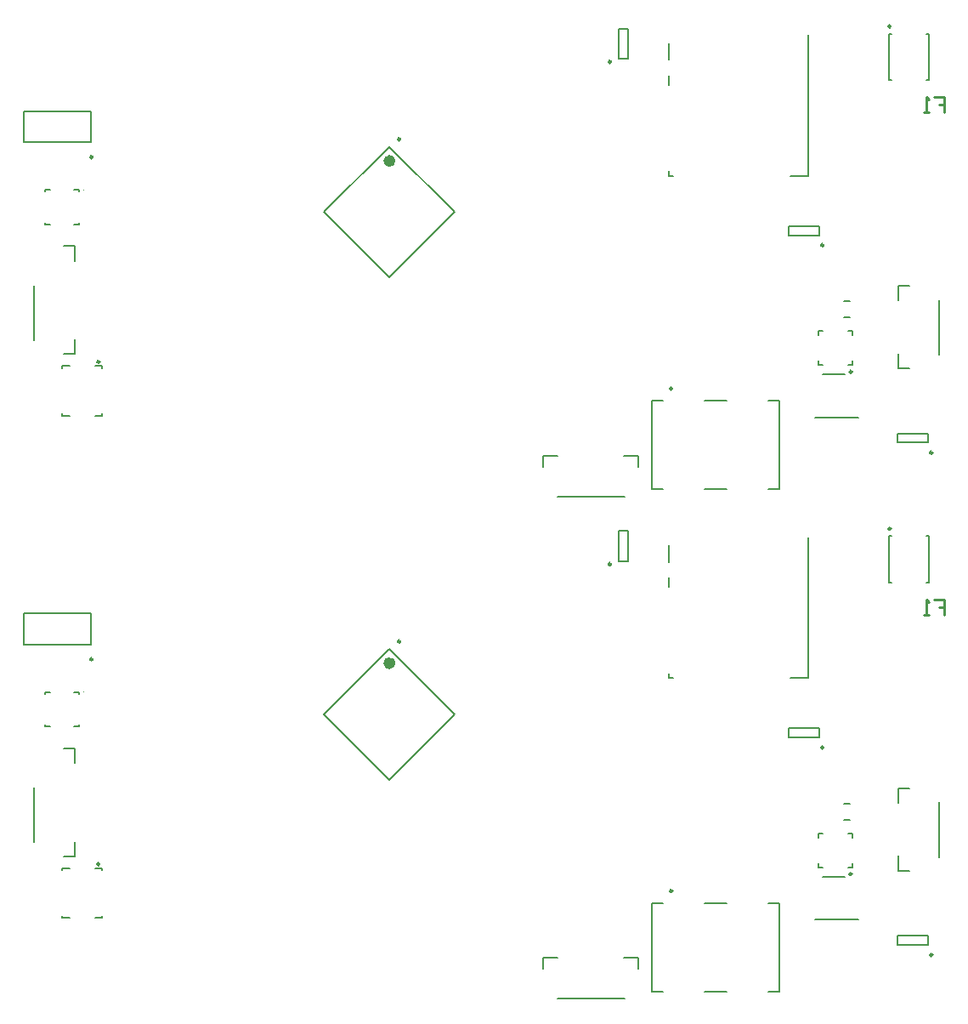
<source format=gbo>
G04 Layer_Color=32896*
%FSLAX44Y44*%
%MOMM*%
G71*
G01*
G75*
%ADD10C,0.1270*%
%ADD40C,0.2500*%
%ADD44C,0.6000*%
%ADD46C,0.2000*%
%ADD87C,0.1000*%
%ADD160C,0.2540*%
D10*
X903000Y702000D02*
Y718500D01*
Y677000D02*
Y686500D01*
X1041500Y586500D02*
Y726500D01*
X1024000Y586500D02*
X1041500D01*
X903000D02*
Y591000D01*
Y586500D02*
X906500D01*
X903000Y1201990D02*
Y1218490D01*
Y1176990D02*
Y1186490D01*
X1041500Y1086490D02*
Y1226490D01*
X1024000Y1086490D02*
X1041500D01*
X903000D02*
Y1090990D01*
Y1086490D02*
X906500D01*
D40*
X1123815Y735280D02*
G03*
X1123815Y735280I-1250J0D01*
G01*
X906080Y374685D02*
G03*
X906080Y374685I-1250J0D01*
G01*
X1056780Y517385D02*
G03*
X1056780Y517385I-1250J0D01*
G01*
X335530Y401385D02*
G03*
X335530Y401385I-1250J0D01*
G01*
X1085030Y391385D02*
G03*
X1085030Y391385I-1250J0D01*
G01*
X635076Y622864D02*
G03*
X635076Y622864I-1250J0D01*
G01*
X328530Y605135D02*
G03*
X328530Y605135I-1250J0D01*
G01*
X845025Y699891D02*
G03*
X845025Y699891I-1250J0D01*
G01*
X1165273Y310881D02*
G03*
X1165273Y310881I-1250J0D01*
G01*
X1123815Y1235270D02*
G03*
X1123815Y1235270I-1250J0D01*
G01*
X906080Y874675D02*
G03*
X906080Y874675I-1250J0D01*
G01*
X1056780Y1017375D02*
G03*
X1056780Y1017375I-1250J0D01*
G01*
X335530Y901375D02*
G03*
X335530Y901375I-1250J0D01*
G01*
X1085030Y891375D02*
G03*
X1085030Y891375I-1250J0D01*
G01*
X635076Y1122853D02*
G03*
X635076Y1122853I-1250J0D01*
G01*
X328530Y1105125D02*
G03*
X328530Y1105125I-1250J0D01*
G01*
X845025Y1199881D02*
G03*
X845025Y1199881I-1250J0D01*
G01*
X1165273Y810871D02*
G03*
X1165273Y810871I-1250J0D01*
G01*
D44*
X627280Y601297D02*
G03*
X627280Y601297I-3000J0D01*
G01*
Y1101287D02*
G03*
X627280Y1101287I-3000J0D01*
G01*
D46*
X1121780Y681885D02*
Y727885D01*
X1161780Y681885D02*
Y727885D01*
X1121780D02*
X1124065D01*
X1121780Y681885D02*
X1124065D01*
X1159495Y727885D02*
X1161780D01*
X1159495Y681885D02*
X1161780D01*
X857780Y307885D02*
X872280D01*
Y296885D02*
Y307885D01*
X791780Y267385D02*
X858280Y267385D01*
X777280Y307885D02*
X791780D01*
X777280Y296885D02*
Y307885D01*
X885780Y274316D02*
X897020D01*
X938040Y362454D02*
X960520D01*
X885780Y274316D02*
Y362454D01*
X1012780Y274316D02*
Y362454D01*
X1001540Y274316D02*
X1012780D01*
X1001540Y362454D02*
X1012780D01*
X885780D02*
X897020D01*
X938040Y274316D02*
X960520D01*
X1022280Y536385D02*
X1052280D01*
X1022280Y527385D02*
X1052280D01*
X1022280D02*
Y536385D01*
X1052280Y527385D02*
Y536385D01*
X1171780Y408385D02*
Y462885D01*
X1131280Y476885D02*
X1142280D01*
X1131280Y462385D02*
Y476885D01*
Y394885D02*
Y409385D01*
Y394885D02*
X1142280D01*
X338030Y395235D02*
Y397235D01*
X331030D02*
X338030D01*
X298530D02*
X305530D01*
X298530Y395235D02*
Y397235D01*
Y347735D02*
Y349735D01*
Y347735D02*
X305530D01*
X338030D02*
Y349735D01*
X331030Y347735D02*
X338030D01*
X1081030Y397885D02*
X1085280D01*
Y402135D01*
Y427635D02*
Y431885D01*
X1081030D02*
X1085280D01*
X1051280D02*
X1055530D01*
X1051280Y427635D02*
Y431885D01*
Y397885D02*
X1055530D01*
X1051280D02*
Y402135D01*
X1077280Y445385D02*
X1083280D01*
X1077280Y461385D02*
X1083280D01*
X1055780Y388885D02*
X1077780D01*
X1048280Y345885D02*
X1091280D01*
X624280Y615439D02*
X689334Y550385D01*
X559226Y550385D02*
X624280Y485331D01*
X559226Y550385D02*
X624280Y615439D01*
Y485331D02*
X689334Y550385D01*
X260280Y619885D02*
X327280D01*
X260280Y650885D02*
X327280D01*
Y619885D02*
Y650885D01*
X260280Y619885D02*
Y650885D01*
X281280Y572385D02*
X286530D01*
X281280Y538385D02*
X286530D01*
X310030D02*
X315280D01*
Y570885D02*
Y572385D01*
X310030D02*
X315280D01*
Y538385D02*
Y539885D01*
X281280Y538385D02*
Y539885D01*
Y570885D02*
Y572385D01*
X861775Y702891D02*
Y732891D01*
X852775Y702891D02*
Y732891D01*
X861775D01*
X852775Y702891D02*
X861775D01*
X299780Y516385D02*
X310780D01*
Y501885D02*
Y516385D01*
Y408885D02*
Y423385D01*
X299780Y408885D02*
X310780D01*
X270280Y422885D02*
Y477385D01*
X1130773Y329881D02*
X1160773D01*
X1130773Y320881D02*
X1160773D01*
X1130773D02*
Y329881D01*
X1160773Y320881D02*
Y329881D01*
X1121780Y1181875D02*
Y1227875D01*
X1161780Y1181875D02*
Y1227875D01*
X1121780D02*
X1124065D01*
X1121780Y1181875D02*
X1124065D01*
X1159495Y1227875D02*
X1161780D01*
X1159495Y1181875D02*
X1161780D01*
X857780Y807875D02*
X872280D01*
Y796875D02*
Y807875D01*
X791780Y767375D02*
X858280Y767375D01*
X777280Y807875D02*
X791780D01*
X777280Y796875D02*
Y807875D01*
X885780Y774306D02*
X897020D01*
X938040Y862444D02*
X960520D01*
X885780Y774306D02*
Y862444D01*
X1012780Y774306D02*
Y862444D01*
X1001540Y774306D02*
X1012780D01*
X1001540Y862444D02*
X1012780D01*
X885780D02*
X897020D01*
X938040Y774306D02*
X960520D01*
X1022280Y1036375D02*
X1052280D01*
X1022280Y1027375D02*
X1052280D01*
X1022280D02*
Y1036375D01*
X1052280Y1027375D02*
Y1036375D01*
X1171780Y908375D02*
Y962875D01*
X1131280Y976875D02*
X1142280D01*
X1131280Y962375D02*
Y976875D01*
Y894875D02*
Y909375D01*
Y894875D02*
X1142280D01*
X338030Y895225D02*
Y897225D01*
X331030D02*
X338030D01*
X298530D02*
X305530D01*
X298530Y895225D02*
Y897225D01*
Y847725D02*
Y849725D01*
Y847725D02*
X305530D01*
X338030D02*
Y849725D01*
X331030Y847725D02*
X338030D01*
X1081030Y897875D02*
X1085280D01*
Y902125D01*
Y927625D02*
Y931875D01*
X1081030D02*
X1085280D01*
X1051280D02*
X1055530D01*
X1051280Y927625D02*
Y931875D01*
Y897875D02*
X1055530D01*
X1051280D02*
Y902125D01*
X1077280Y945375D02*
X1083280D01*
X1077280Y961375D02*
X1083280D01*
X1055780Y888875D02*
X1077780D01*
X1048280Y845875D02*
X1091280D01*
X624280Y1115429D02*
X689334Y1050375D01*
X559226Y1050375D02*
X624280Y985321D01*
X559226Y1050375D02*
X624280Y1115429D01*
Y985321D02*
X689334Y1050375D01*
X260280Y1119875D02*
X327280D01*
X260280Y1150875D02*
X327280D01*
Y1119875D02*
Y1150875D01*
X260280Y1119875D02*
Y1150875D01*
X281280Y1072375D02*
X286530D01*
X281280Y1038375D02*
X286530D01*
X310030D02*
X315280D01*
Y1070875D02*
Y1072375D01*
X310030D02*
X315280D01*
Y1038375D02*
Y1039875D01*
X281280Y1038375D02*
Y1039875D01*
Y1070875D02*
Y1072375D01*
X861775Y1202881D02*
Y1232881D01*
X852775Y1202881D02*
Y1232881D01*
X861775D01*
X852775Y1202881D02*
X861775D01*
X299780Y1016375D02*
X310780D01*
Y1001875D02*
Y1016375D01*
Y908875D02*
Y923375D01*
X299780Y908875D02*
X310780D01*
X270280Y922875D02*
Y977375D01*
X1130773Y829871D02*
X1160773D01*
X1130773Y820871D02*
X1160773D01*
X1130773D02*
Y829871D01*
X1160773Y820871D02*
Y829871D01*
D87*
X319780Y572385D02*
G03*
X319780Y572385I-500J0D01*
G01*
Y1072375D02*
G03*
X319780Y1072375I-500J0D01*
G01*
D160*
X1166623Y664620D02*
X1176780D01*
Y657002D01*
X1171702D01*
X1176780D01*
Y649385D01*
X1161545D02*
X1156467D01*
X1159006D01*
Y664620D01*
X1161545Y662081D01*
X1166623Y1164610D02*
X1176780D01*
Y1156992D01*
X1171702D01*
X1176780D01*
Y1149375D01*
X1161545D02*
X1156467D01*
X1159006D01*
Y1164610D01*
X1161545Y1162071D01*
M02*

</source>
